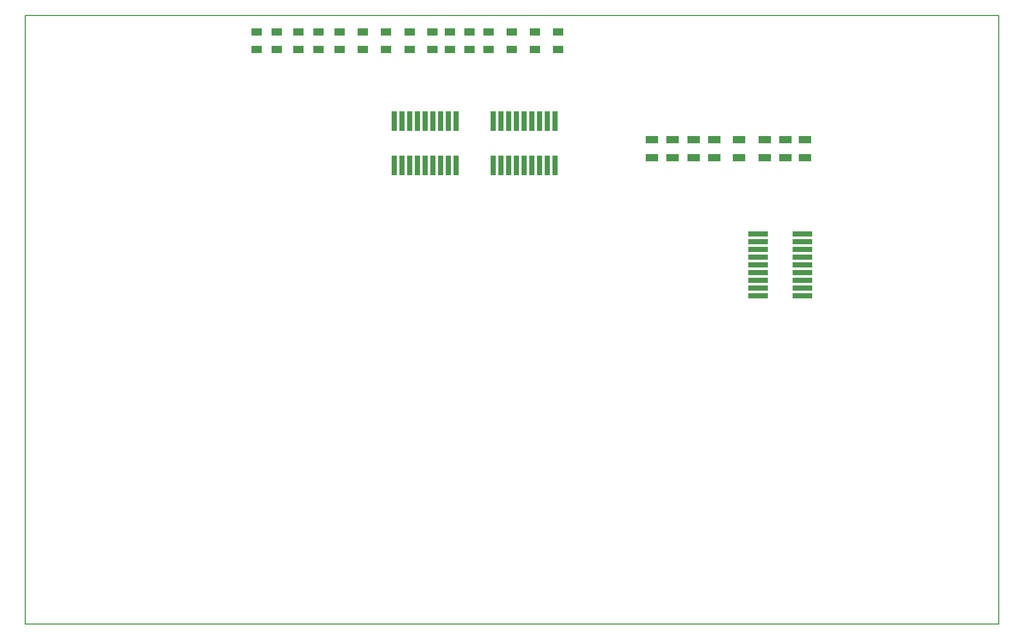
<source format=gbr>
G04 PROTEUS GERBER X2 FILE*
%TF.GenerationSoftware,Labcenter,Proteus,8.13-SP0-Build31525*%
%TF.CreationDate,2024-05-27T19:39:57+00:00*%
%TF.FileFunction,Paste,Top*%
%TF.FilePolarity,Positive*%
%TF.Part,Single*%
%TF.SameCoordinates,{9f387fc5-f7ba-42a6-a927-b5c1fa408f1c}*%
%FSLAX45Y45*%
%MOMM*%
G01*
%TA.AperFunction,Material*%
%ADD42R,0.939800X3.251200*%
%TA.AperFunction,Material*%
%ADD43R,1.803400X1.143000*%
%TA.AperFunction,Material*%
%ADD44R,3.251200X0.939800*%
%TA.AperFunction,Material*%
%ADD45R,2.032000X1.270000*%
%TA.AperFunction,Profile*%
%ADD25C,0.203200*%
%TD.AperFunction*%
D42*
X-1930400Y+2540748D03*
X-1803400Y+2540748D03*
X-1676400Y+2540748D03*
X-1549400Y+2540748D03*
X-1422400Y+2540748D03*
X-1295400Y+2540748D03*
X-1168400Y+2540748D03*
X-1041400Y+2540748D03*
X-914400Y+2540748D03*
X-914400Y+3264648D03*
X-1041400Y+3264648D03*
X-1168400Y+3264648D03*
X-1295400Y+3264648D03*
X-1422400Y+3264648D03*
X-1549400Y+3264648D03*
X-1676400Y+3264648D03*
X-1803400Y+3264648D03*
X-1930400Y+3264648D03*
D43*
X-4191000Y+4731813D03*
X-4191000Y+4441813D03*
X-3860800Y+4731813D03*
X-3860800Y+4441813D03*
X-3505200Y+4731813D03*
X-3505200Y+4441813D03*
X-3175000Y+4731813D03*
X-3175000Y+4441813D03*
X-2832100Y+4731813D03*
X-2832100Y+4441813D03*
X-2451100Y+4731813D03*
X-2451100Y+4441813D03*
X-2070100Y+4731813D03*
X-2070100Y+4441813D03*
X-1676400Y+4731813D03*
X-1676400Y+4441813D03*
D42*
X-304800Y+2540748D03*
X-177800Y+2540748D03*
X-50800Y+2540748D03*
X+76200Y+2540748D03*
X+203200Y+2540748D03*
X+330200Y+2540748D03*
X+457200Y+2540748D03*
X+584200Y+2540748D03*
X+711200Y+2540748D03*
X+711200Y+3264648D03*
X+584200Y+3264648D03*
X+457200Y+3264648D03*
X+330200Y+3264648D03*
X+203200Y+3264648D03*
X+76200Y+3264648D03*
X-50800Y+3264648D03*
X-177800Y+3264648D03*
X-304800Y+3264648D03*
D43*
X-1308100Y+4731813D03*
X-1308100Y+4441813D03*
X-1016000Y+4731813D03*
X-1016000Y+4441813D03*
X-698500Y+4731813D03*
X-698500Y+4441813D03*
X-381000Y+4731813D03*
X-381000Y+4441813D03*
X+0Y+4731813D03*
X+0Y+4441813D03*
X+381000Y+4731813D03*
X+381000Y+4441813D03*
X+762000Y+4731813D03*
X+762000Y+4441813D03*
D44*
X+4044950Y+1409700D03*
X+4044950Y+1282700D03*
X+4044950Y+1155700D03*
X+4044950Y+1028700D03*
X+4044950Y+901700D03*
X+4044950Y+774700D03*
X+4044950Y+647700D03*
X+4044950Y+520700D03*
X+4044950Y+393700D03*
X+4768850Y+393700D03*
X+4768850Y+520700D03*
X+4768850Y+647700D03*
X+4768850Y+774700D03*
X+4768850Y+901700D03*
X+4768850Y+1028700D03*
X+4768850Y+1155700D03*
X+4768850Y+1282700D03*
X+4768850Y+1409700D03*
D45*
X+4813300Y+2957000D03*
X+4813300Y+2667000D03*
X+4495800Y+2957000D03*
X+4495800Y+2667000D03*
X+4152900Y+2957000D03*
X+4152900Y+2667000D03*
X+3733800Y+2957000D03*
X+3733800Y+2667000D03*
X+3327400Y+2957000D03*
X+3327400Y+2667000D03*
X+2984500Y+2957000D03*
X+2984500Y+2667000D03*
X+2641600Y+2957000D03*
X+2641600Y+2667000D03*
X+2298700Y+2957000D03*
X+2298700Y+2667000D03*
D25*
X-8000000Y-5000000D02*
X+8000000Y-5000000D01*
X+8000000Y+5000000D01*
X-8000000Y+5000000D01*
X-8000000Y-5000000D01*
M02*

</source>
